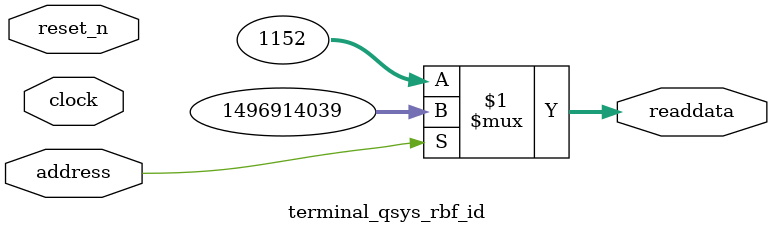
<source format=v>



// synthesis translate_off
`timescale 1ns / 1ps
// synthesis translate_on

// turn off superfluous verilog processor warnings 
// altera message_level Level1 
// altera message_off 10034 10035 10036 10037 10230 10240 10030 

module terminal_qsys_rbf_id (
               // inputs:
                address,
                clock,
                reset_n,

               // outputs:
                readdata
             )
;

  output  [ 31: 0] readdata;
  input            address;
  input            clock;
  input            reset_n;

  wire    [ 31: 0] readdata;
  //control_slave, which is an e_avalon_slave
  assign readdata = address ? 1496914039 : 1152;

endmodule



</source>
